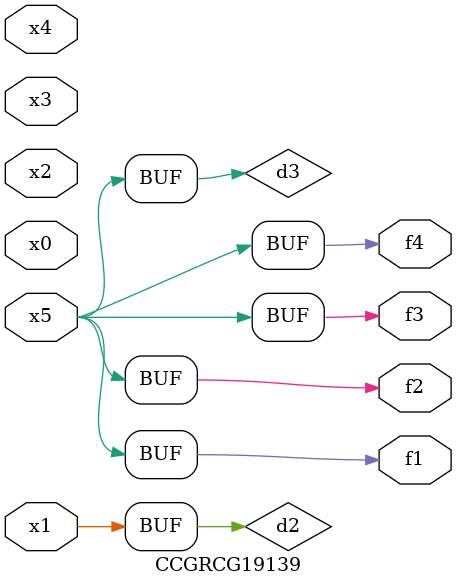
<source format=v>
module CCGRCG19139(
	input x0, x1, x2, x3, x4, x5,
	output f1, f2, f3, f4
);

	wire d1, d2, d3;

	not (d1, x5);
	or (d2, x1);
	xnor (d3, d1);
	assign f1 = d3;
	assign f2 = d3;
	assign f3 = d3;
	assign f4 = d3;
endmodule

</source>
